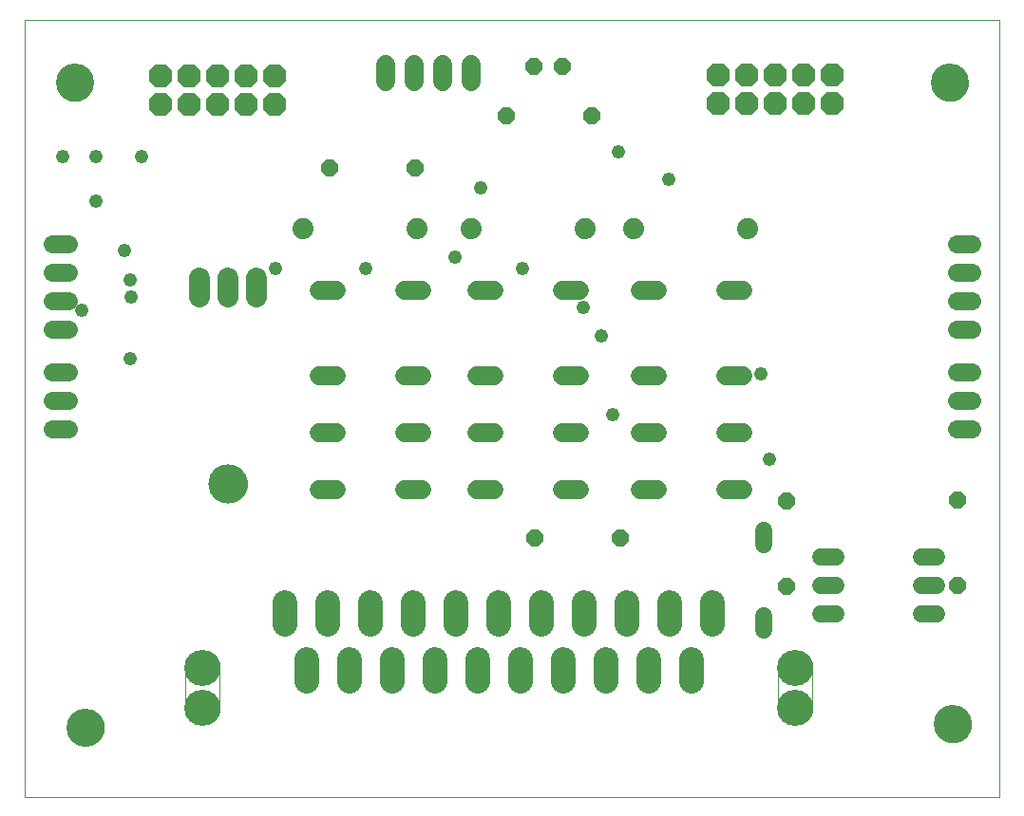
<source format=gts>
G75*
%MOIN*%
%OFA0B0*%
%FSLAX25Y25*%
%IPPOS*%
%LPD*%
%AMOC8*
5,1,8,0,0,1.08239X$1,22.5*
%
%ADD10C,0.00000*%
%ADD11C,0.13398*%
%ADD12C,0.07400*%
%ADD13C,0.06400*%
%ADD14C,0.06800*%
%ADD15OC8,0.06000*%
%ADD16C,0.06000*%
%ADD17C,0.07400*%
%ADD18C,0.13800*%
%ADD19C,0.00009*%
%ADD20C,0.08600*%
%ADD21C,0.12700*%
%ADD22OC8,0.08200*%
%ADD23C,0.04800*%
D10*
X0001000Y0001000D02*
X0001000Y0273953D01*
X0343205Y0273953D01*
X0343205Y0001000D01*
X0001000Y0001000D01*
X0016276Y0025331D02*
X0016278Y0025489D01*
X0016284Y0025647D01*
X0016294Y0025805D01*
X0016308Y0025963D01*
X0016326Y0026120D01*
X0016347Y0026277D01*
X0016373Y0026433D01*
X0016403Y0026589D01*
X0016436Y0026744D01*
X0016474Y0026897D01*
X0016515Y0027050D01*
X0016560Y0027202D01*
X0016609Y0027353D01*
X0016662Y0027502D01*
X0016718Y0027650D01*
X0016778Y0027796D01*
X0016842Y0027941D01*
X0016910Y0028084D01*
X0016981Y0028226D01*
X0017055Y0028366D01*
X0017133Y0028503D01*
X0017215Y0028639D01*
X0017299Y0028773D01*
X0017388Y0028904D01*
X0017479Y0029033D01*
X0017574Y0029160D01*
X0017671Y0029285D01*
X0017772Y0029407D01*
X0017876Y0029526D01*
X0017983Y0029643D01*
X0018093Y0029757D01*
X0018206Y0029868D01*
X0018321Y0029977D01*
X0018439Y0030082D01*
X0018560Y0030184D01*
X0018683Y0030284D01*
X0018809Y0030380D01*
X0018937Y0030473D01*
X0019067Y0030563D01*
X0019200Y0030649D01*
X0019335Y0030733D01*
X0019471Y0030812D01*
X0019610Y0030889D01*
X0019751Y0030961D01*
X0019893Y0031031D01*
X0020037Y0031096D01*
X0020183Y0031158D01*
X0020330Y0031216D01*
X0020479Y0031271D01*
X0020629Y0031322D01*
X0020780Y0031369D01*
X0020932Y0031412D01*
X0021085Y0031451D01*
X0021240Y0031487D01*
X0021395Y0031518D01*
X0021551Y0031546D01*
X0021707Y0031570D01*
X0021864Y0031590D01*
X0022022Y0031606D01*
X0022179Y0031618D01*
X0022338Y0031626D01*
X0022496Y0031630D01*
X0022654Y0031630D01*
X0022812Y0031626D01*
X0022971Y0031618D01*
X0023128Y0031606D01*
X0023286Y0031590D01*
X0023443Y0031570D01*
X0023599Y0031546D01*
X0023755Y0031518D01*
X0023910Y0031487D01*
X0024065Y0031451D01*
X0024218Y0031412D01*
X0024370Y0031369D01*
X0024521Y0031322D01*
X0024671Y0031271D01*
X0024820Y0031216D01*
X0024967Y0031158D01*
X0025113Y0031096D01*
X0025257Y0031031D01*
X0025399Y0030961D01*
X0025540Y0030889D01*
X0025679Y0030812D01*
X0025815Y0030733D01*
X0025950Y0030649D01*
X0026083Y0030563D01*
X0026213Y0030473D01*
X0026341Y0030380D01*
X0026467Y0030284D01*
X0026590Y0030184D01*
X0026711Y0030082D01*
X0026829Y0029977D01*
X0026944Y0029868D01*
X0027057Y0029757D01*
X0027167Y0029643D01*
X0027274Y0029526D01*
X0027378Y0029407D01*
X0027479Y0029285D01*
X0027576Y0029160D01*
X0027671Y0029033D01*
X0027762Y0028904D01*
X0027851Y0028773D01*
X0027935Y0028639D01*
X0028017Y0028503D01*
X0028095Y0028366D01*
X0028169Y0028226D01*
X0028240Y0028084D01*
X0028308Y0027941D01*
X0028372Y0027796D01*
X0028432Y0027650D01*
X0028488Y0027502D01*
X0028541Y0027353D01*
X0028590Y0027202D01*
X0028635Y0027050D01*
X0028676Y0026897D01*
X0028714Y0026744D01*
X0028747Y0026589D01*
X0028777Y0026433D01*
X0028803Y0026277D01*
X0028824Y0026120D01*
X0028842Y0025963D01*
X0028856Y0025805D01*
X0028866Y0025647D01*
X0028872Y0025489D01*
X0028874Y0025331D01*
X0028872Y0025173D01*
X0028866Y0025015D01*
X0028856Y0024857D01*
X0028842Y0024699D01*
X0028824Y0024542D01*
X0028803Y0024385D01*
X0028777Y0024229D01*
X0028747Y0024073D01*
X0028714Y0023918D01*
X0028676Y0023765D01*
X0028635Y0023612D01*
X0028590Y0023460D01*
X0028541Y0023309D01*
X0028488Y0023160D01*
X0028432Y0023012D01*
X0028372Y0022866D01*
X0028308Y0022721D01*
X0028240Y0022578D01*
X0028169Y0022436D01*
X0028095Y0022296D01*
X0028017Y0022159D01*
X0027935Y0022023D01*
X0027851Y0021889D01*
X0027762Y0021758D01*
X0027671Y0021629D01*
X0027576Y0021502D01*
X0027479Y0021377D01*
X0027378Y0021255D01*
X0027274Y0021136D01*
X0027167Y0021019D01*
X0027057Y0020905D01*
X0026944Y0020794D01*
X0026829Y0020685D01*
X0026711Y0020580D01*
X0026590Y0020478D01*
X0026467Y0020378D01*
X0026341Y0020282D01*
X0026213Y0020189D01*
X0026083Y0020099D01*
X0025950Y0020013D01*
X0025815Y0019929D01*
X0025679Y0019850D01*
X0025540Y0019773D01*
X0025399Y0019701D01*
X0025257Y0019631D01*
X0025113Y0019566D01*
X0024967Y0019504D01*
X0024820Y0019446D01*
X0024671Y0019391D01*
X0024521Y0019340D01*
X0024370Y0019293D01*
X0024218Y0019250D01*
X0024065Y0019211D01*
X0023910Y0019175D01*
X0023755Y0019144D01*
X0023599Y0019116D01*
X0023443Y0019092D01*
X0023286Y0019072D01*
X0023128Y0019056D01*
X0022971Y0019044D01*
X0022812Y0019036D01*
X0022654Y0019032D01*
X0022496Y0019032D01*
X0022338Y0019036D01*
X0022179Y0019044D01*
X0022022Y0019056D01*
X0021864Y0019072D01*
X0021707Y0019092D01*
X0021551Y0019116D01*
X0021395Y0019144D01*
X0021240Y0019175D01*
X0021085Y0019211D01*
X0020932Y0019250D01*
X0020780Y0019293D01*
X0020629Y0019340D01*
X0020479Y0019391D01*
X0020330Y0019446D01*
X0020183Y0019504D01*
X0020037Y0019566D01*
X0019893Y0019631D01*
X0019751Y0019701D01*
X0019610Y0019773D01*
X0019471Y0019850D01*
X0019335Y0019929D01*
X0019200Y0020013D01*
X0019067Y0020099D01*
X0018937Y0020189D01*
X0018809Y0020282D01*
X0018683Y0020378D01*
X0018560Y0020478D01*
X0018439Y0020580D01*
X0018321Y0020685D01*
X0018206Y0020794D01*
X0018093Y0020905D01*
X0017983Y0021019D01*
X0017876Y0021136D01*
X0017772Y0021255D01*
X0017671Y0021377D01*
X0017574Y0021502D01*
X0017479Y0021629D01*
X0017388Y0021758D01*
X0017299Y0021889D01*
X0017215Y0022023D01*
X0017133Y0022159D01*
X0017055Y0022296D01*
X0016981Y0022436D01*
X0016910Y0022578D01*
X0016842Y0022721D01*
X0016778Y0022866D01*
X0016718Y0023012D01*
X0016662Y0023160D01*
X0016609Y0023309D01*
X0016560Y0023460D01*
X0016515Y0023612D01*
X0016474Y0023765D01*
X0016436Y0023918D01*
X0016403Y0024073D01*
X0016373Y0024229D01*
X0016347Y0024385D01*
X0016326Y0024542D01*
X0016308Y0024699D01*
X0016294Y0024857D01*
X0016284Y0025015D01*
X0016278Y0025173D01*
X0016276Y0025331D01*
X0057625Y0032331D02*
X0057627Y0032485D01*
X0057633Y0032639D01*
X0057643Y0032792D01*
X0057657Y0032945D01*
X0057675Y0033098D01*
X0057696Y0033250D01*
X0057722Y0033402D01*
X0057752Y0033553D01*
X0057785Y0033703D01*
X0057823Y0033852D01*
X0057864Y0034001D01*
X0057909Y0034148D01*
X0057958Y0034294D01*
X0058011Y0034438D01*
X0058067Y0034581D01*
X0058127Y0034723D01*
X0058191Y0034863D01*
X0058258Y0035001D01*
X0058329Y0035138D01*
X0058403Y0035273D01*
X0058481Y0035405D01*
X0058562Y0035536D01*
X0058647Y0035665D01*
X0058734Y0035791D01*
X0058825Y0035915D01*
X0058920Y0036036D01*
X0059017Y0036156D01*
X0059117Y0036272D01*
X0059221Y0036386D01*
X0059327Y0036497D01*
X0059436Y0036606D01*
X0059548Y0036711D01*
X0059663Y0036814D01*
X0059780Y0036914D01*
X0059900Y0037010D01*
X0060022Y0037104D01*
X0060146Y0037194D01*
X0060273Y0037281D01*
X0060402Y0037365D01*
X0060534Y0037445D01*
X0060667Y0037522D01*
X0060802Y0037595D01*
X0060939Y0037665D01*
X0061078Y0037732D01*
X0061218Y0037794D01*
X0061360Y0037853D01*
X0061504Y0037909D01*
X0061649Y0037961D01*
X0061795Y0038008D01*
X0061942Y0038053D01*
X0062091Y0038093D01*
X0062240Y0038129D01*
X0062391Y0038162D01*
X0062542Y0038191D01*
X0062694Y0038215D01*
X0062846Y0038236D01*
X0062999Y0038253D01*
X0063152Y0038266D01*
X0063306Y0038275D01*
X0063460Y0038280D01*
X0063613Y0038281D01*
X0063767Y0038278D01*
X0063921Y0038271D01*
X0064074Y0038260D01*
X0064228Y0038245D01*
X0064380Y0038226D01*
X0064532Y0038203D01*
X0064684Y0038177D01*
X0064835Y0038146D01*
X0064985Y0038112D01*
X0065134Y0038073D01*
X0065281Y0038031D01*
X0065428Y0037985D01*
X0065574Y0037935D01*
X0065718Y0037882D01*
X0065861Y0037824D01*
X0066002Y0037763D01*
X0066142Y0037699D01*
X0066280Y0037631D01*
X0066416Y0037559D01*
X0066550Y0037484D01*
X0066682Y0037405D01*
X0066812Y0037323D01*
X0066940Y0037238D01*
X0067066Y0037149D01*
X0067189Y0037057D01*
X0067310Y0036962D01*
X0067429Y0036864D01*
X0067545Y0036763D01*
X0067658Y0036659D01*
X0067769Y0036552D01*
X0067876Y0036442D01*
X0067981Y0036329D01*
X0068083Y0036214D01*
X0068182Y0036096D01*
X0068278Y0035976D01*
X0068371Y0035853D01*
X0068460Y0035728D01*
X0068546Y0035601D01*
X0068629Y0035471D01*
X0068709Y0035339D01*
X0068785Y0035206D01*
X0068857Y0035070D01*
X0068926Y0034932D01*
X0068992Y0034793D01*
X0069054Y0034652D01*
X0069112Y0034510D01*
X0069166Y0034366D01*
X0069217Y0034221D01*
X0069264Y0034074D01*
X0069307Y0033927D01*
X0069346Y0033778D01*
X0069382Y0033628D01*
X0069413Y0033478D01*
X0069441Y0033326D01*
X0069465Y0033174D01*
X0069485Y0033022D01*
X0069501Y0032869D01*
X0069513Y0032715D01*
X0069521Y0032562D01*
X0069525Y0032408D01*
X0069525Y0032254D01*
X0069521Y0032100D01*
X0069513Y0031947D01*
X0069501Y0031793D01*
X0069485Y0031640D01*
X0069465Y0031488D01*
X0069441Y0031336D01*
X0069413Y0031184D01*
X0069382Y0031034D01*
X0069346Y0030884D01*
X0069307Y0030735D01*
X0069264Y0030588D01*
X0069217Y0030441D01*
X0069166Y0030296D01*
X0069112Y0030152D01*
X0069054Y0030010D01*
X0068992Y0029869D01*
X0068926Y0029730D01*
X0068857Y0029592D01*
X0068785Y0029456D01*
X0068709Y0029323D01*
X0068629Y0029191D01*
X0068546Y0029061D01*
X0068460Y0028934D01*
X0068371Y0028809D01*
X0068278Y0028686D01*
X0068182Y0028566D01*
X0068083Y0028448D01*
X0067981Y0028333D01*
X0067876Y0028220D01*
X0067769Y0028110D01*
X0067658Y0028003D01*
X0067545Y0027899D01*
X0067429Y0027798D01*
X0067310Y0027700D01*
X0067189Y0027605D01*
X0067066Y0027513D01*
X0066940Y0027424D01*
X0066812Y0027339D01*
X0066682Y0027257D01*
X0066550Y0027178D01*
X0066416Y0027103D01*
X0066280Y0027031D01*
X0066142Y0026963D01*
X0066002Y0026899D01*
X0065861Y0026838D01*
X0065718Y0026780D01*
X0065574Y0026727D01*
X0065428Y0026677D01*
X0065281Y0026631D01*
X0065134Y0026589D01*
X0064985Y0026550D01*
X0064835Y0026516D01*
X0064684Y0026485D01*
X0064532Y0026459D01*
X0064380Y0026436D01*
X0064228Y0026417D01*
X0064074Y0026402D01*
X0063921Y0026391D01*
X0063767Y0026384D01*
X0063613Y0026381D01*
X0063460Y0026382D01*
X0063306Y0026387D01*
X0063152Y0026396D01*
X0062999Y0026409D01*
X0062846Y0026426D01*
X0062694Y0026447D01*
X0062542Y0026471D01*
X0062391Y0026500D01*
X0062240Y0026533D01*
X0062091Y0026569D01*
X0061942Y0026609D01*
X0061795Y0026654D01*
X0061649Y0026701D01*
X0061504Y0026753D01*
X0061360Y0026809D01*
X0061218Y0026868D01*
X0061078Y0026930D01*
X0060939Y0026997D01*
X0060802Y0027067D01*
X0060667Y0027140D01*
X0060534Y0027217D01*
X0060402Y0027297D01*
X0060273Y0027381D01*
X0060146Y0027468D01*
X0060022Y0027558D01*
X0059900Y0027652D01*
X0059780Y0027748D01*
X0059663Y0027848D01*
X0059548Y0027951D01*
X0059436Y0028056D01*
X0059327Y0028165D01*
X0059221Y0028276D01*
X0059117Y0028390D01*
X0059017Y0028506D01*
X0058920Y0028626D01*
X0058825Y0028747D01*
X0058734Y0028871D01*
X0058647Y0028997D01*
X0058562Y0029126D01*
X0058481Y0029257D01*
X0058403Y0029389D01*
X0058329Y0029524D01*
X0058258Y0029661D01*
X0058191Y0029799D01*
X0058127Y0029939D01*
X0058067Y0030081D01*
X0058011Y0030224D01*
X0057958Y0030368D01*
X0057909Y0030514D01*
X0057864Y0030661D01*
X0057823Y0030810D01*
X0057785Y0030959D01*
X0057752Y0031109D01*
X0057722Y0031260D01*
X0057696Y0031412D01*
X0057675Y0031564D01*
X0057657Y0031717D01*
X0057643Y0031870D01*
X0057633Y0032023D01*
X0057627Y0032177D01*
X0057625Y0032331D01*
X0057575Y0032331D02*
X0057577Y0032178D01*
X0057583Y0032025D01*
X0057593Y0031872D01*
X0057606Y0031719D01*
X0057624Y0031567D01*
X0057645Y0031415D01*
X0057671Y0031264D01*
X0057700Y0031114D01*
X0057733Y0030964D01*
X0057770Y0030815D01*
X0057810Y0030667D01*
X0057855Y0030521D01*
X0057903Y0030375D01*
X0057955Y0030231D01*
X0058010Y0030088D01*
X0058069Y0029947D01*
X0058132Y0029807D01*
X0058198Y0029669D01*
X0058268Y0029532D01*
X0058341Y0029398D01*
X0058418Y0029265D01*
X0058498Y0029134D01*
X0058581Y0029006D01*
X0058667Y0028879D01*
X0058757Y0028755D01*
X0058850Y0028633D01*
X0058946Y0028514D01*
X0059045Y0028397D01*
X0059147Y0028282D01*
X0059252Y0028170D01*
X0059360Y0028061D01*
X0059470Y0027955D01*
X0059583Y0027852D01*
X0059699Y0027751D01*
X0059817Y0027654D01*
X0059938Y0027559D01*
X0060061Y0027468D01*
X0060186Y0027380D01*
X0060314Y0027295D01*
X0060443Y0027213D01*
X0060575Y0027135D01*
X0060709Y0027060D01*
X0060844Y0026988D01*
X0060982Y0026920D01*
X0061121Y0026856D01*
X0061261Y0026795D01*
X0061403Y0026738D01*
X0061547Y0026684D01*
X0061692Y0026634D01*
X0061838Y0026588D01*
X0061985Y0026545D01*
X0062133Y0026507D01*
X0062283Y0026472D01*
X0062433Y0026441D01*
X0062583Y0026413D01*
X0062735Y0026390D01*
X0062887Y0026371D01*
X0063039Y0026355D01*
X0063192Y0026343D01*
X0063345Y0026335D01*
X0063498Y0026331D01*
X0063652Y0026331D01*
X0063805Y0026335D01*
X0063958Y0026343D01*
X0064111Y0026355D01*
X0064263Y0026371D01*
X0064415Y0026390D01*
X0064567Y0026413D01*
X0064717Y0026441D01*
X0064867Y0026472D01*
X0065017Y0026507D01*
X0065165Y0026545D01*
X0065312Y0026588D01*
X0065458Y0026634D01*
X0065603Y0026684D01*
X0065747Y0026738D01*
X0065889Y0026795D01*
X0066029Y0026856D01*
X0066168Y0026920D01*
X0066306Y0026988D01*
X0066441Y0027060D01*
X0066575Y0027135D01*
X0066707Y0027213D01*
X0066836Y0027295D01*
X0066964Y0027380D01*
X0067089Y0027468D01*
X0067212Y0027559D01*
X0067333Y0027654D01*
X0067451Y0027751D01*
X0067567Y0027852D01*
X0067680Y0027955D01*
X0067790Y0028061D01*
X0067898Y0028170D01*
X0068003Y0028282D01*
X0068105Y0028397D01*
X0068204Y0028514D01*
X0068300Y0028633D01*
X0068393Y0028755D01*
X0068483Y0028879D01*
X0068569Y0029006D01*
X0068652Y0029134D01*
X0068732Y0029265D01*
X0068809Y0029398D01*
X0068882Y0029532D01*
X0068952Y0029669D01*
X0069018Y0029807D01*
X0069081Y0029947D01*
X0069140Y0030088D01*
X0069195Y0030231D01*
X0069247Y0030375D01*
X0069295Y0030521D01*
X0069340Y0030667D01*
X0069380Y0030815D01*
X0069417Y0030964D01*
X0069450Y0031114D01*
X0069479Y0031264D01*
X0069505Y0031415D01*
X0069526Y0031567D01*
X0069544Y0031719D01*
X0069557Y0031872D01*
X0069567Y0032025D01*
X0069573Y0032178D01*
X0069575Y0032331D01*
X0057625Y0046331D02*
X0057627Y0046485D01*
X0057633Y0046639D01*
X0057643Y0046792D01*
X0057657Y0046945D01*
X0057675Y0047098D01*
X0057696Y0047250D01*
X0057722Y0047402D01*
X0057752Y0047553D01*
X0057785Y0047703D01*
X0057823Y0047852D01*
X0057864Y0048001D01*
X0057909Y0048148D01*
X0057958Y0048294D01*
X0058011Y0048438D01*
X0058067Y0048581D01*
X0058127Y0048723D01*
X0058191Y0048863D01*
X0058258Y0049001D01*
X0058329Y0049138D01*
X0058403Y0049273D01*
X0058481Y0049405D01*
X0058562Y0049536D01*
X0058647Y0049665D01*
X0058734Y0049791D01*
X0058825Y0049915D01*
X0058920Y0050036D01*
X0059017Y0050156D01*
X0059117Y0050272D01*
X0059221Y0050386D01*
X0059327Y0050497D01*
X0059436Y0050606D01*
X0059548Y0050711D01*
X0059663Y0050814D01*
X0059780Y0050914D01*
X0059900Y0051010D01*
X0060022Y0051104D01*
X0060146Y0051194D01*
X0060273Y0051281D01*
X0060402Y0051365D01*
X0060534Y0051445D01*
X0060667Y0051522D01*
X0060802Y0051595D01*
X0060939Y0051665D01*
X0061078Y0051732D01*
X0061218Y0051794D01*
X0061360Y0051853D01*
X0061504Y0051909D01*
X0061649Y0051961D01*
X0061795Y0052008D01*
X0061942Y0052053D01*
X0062091Y0052093D01*
X0062240Y0052129D01*
X0062391Y0052162D01*
X0062542Y0052191D01*
X0062694Y0052215D01*
X0062846Y0052236D01*
X0062999Y0052253D01*
X0063152Y0052266D01*
X0063306Y0052275D01*
X0063460Y0052280D01*
X0063613Y0052281D01*
X0063767Y0052278D01*
X0063921Y0052271D01*
X0064074Y0052260D01*
X0064228Y0052245D01*
X0064380Y0052226D01*
X0064532Y0052203D01*
X0064684Y0052177D01*
X0064835Y0052146D01*
X0064985Y0052112D01*
X0065134Y0052073D01*
X0065281Y0052031D01*
X0065428Y0051985D01*
X0065574Y0051935D01*
X0065718Y0051882D01*
X0065861Y0051824D01*
X0066002Y0051763D01*
X0066142Y0051699D01*
X0066280Y0051631D01*
X0066416Y0051559D01*
X0066550Y0051484D01*
X0066682Y0051405D01*
X0066812Y0051323D01*
X0066940Y0051238D01*
X0067066Y0051149D01*
X0067189Y0051057D01*
X0067310Y0050962D01*
X0067429Y0050864D01*
X0067545Y0050763D01*
X0067658Y0050659D01*
X0067769Y0050552D01*
X0067876Y0050442D01*
X0067981Y0050329D01*
X0068083Y0050214D01*
X0068182Y0050096D01*
X0068278Y0049976D01*
X0068371Y0049853D01*
X0068460Y0049728D01*
X0068546Y0049601D01*
X0068629Y0049471D01*
X0068709Y0049339D01*
X0068785Y0049206D01*
X0068857Y0049070D01*
X0068926Y0048932D01*
X0068992Y0048793D01*
X0069054Y0048652D01*
X0069112Y0048510D01*
X0069166Y0048366D01*
X0069217Y0048221D01*
X0069264Y0048074D01*
X0069307Y0047927D01*
X0069346Y0047778D01*
X0069382Y0047628D01*
X0069413Y0047478D01*
X0069441Y0047326D01*
X0069465Y0047174D01*
X0069485Y0047022D01*
X0069501Y0046869D01*
X0069513Y0046715D01*
X0069521Y0046562D01*
X0069525Y0046408D01*
X0069525Y0046254D01*
X0069521Y0046100D01*
X0069513Y0045947D01*
X0069501Y0045793D01*
X0069485Y0045640D01*
X0069465Y0045488D01*
X0069441Y0045336D01*
X0069413Y0045184D01*
X0069382Y0045034D01*
X0069346Y0044884D01*
X0069307Y0044735D01*
X0069264Y0044588D01*
X0069217Y0044441D01*
X0069166Y0044296D01*
X0069112Y0044152D01*
X0069054Y0044010D01*
X0068992Y0043869D01*
X0068926Y0043730D01*
X0068857Y0043592D01*
X0068785Y0043456D01*
X0068709Y0043323D01*
X0068629Y0043191D01*
X0068546Y0043061D01*
X0068460Y0042934D01*
X0068371Y0042809D01*
X0068278Y0042686D01*
X0068182Y0042566D01*
X0068083Y0042448D01*
X0067981Y0042333D01*
X0067876Y0042220D01*
X0067769Y0042110D01*
X0067658Y0042003D01*
X0067545Y0041899D01*
X0067429Y0041798D01*
X0067310Y0041700D01*
X0067189Y0041605D01*
X0067066Y0041513D01*
X0066940Y0041424D01*
X0066812Y0041339D01*
X0066682Y0041257D01*
X0066550Y0041178D01*
X0066416Y0041103D01*
X0066280Y0041031D01*
X0066142Y0040963D01*
X0066002Y0040899D01*
X0065861Y0040838D01*
X0065718Y0040780D01*
X0065574Y0040727D01*
X0065428Y0040677D01*
X0065281Y0040631D01*
X0065134Y0040589D01*
X0064985Y0040550D01*
X0064835Y0040516D01*
X0064684Y0040485D01*
X0064532Y0040459D01*
X0064380Y0040436D01*
X0064228Y0040417D01*
X0064074Y0040402D01*
X0063921Y0040391D01*
X0063767Y0040384D01*
X0063613Y0040381D01*
X0063460Y0040382D01*
X0063306Y0040387D01*
X0063152Y0040396D01*
X0062999Y0040409D01*
X0062846Y0040426D01*
X0062694Y0040447D01*
X0062542Y0040471D01*
X0062391Y0040500D01*
X0062240Y0040533D01*
X0062091Y0040569D01*
X0061942Y0040609D01*
X0061795Y0040654D01*
X0061649Y0040701D01*
X0061504Y0040753D01*
X0061360Y0040809D01*
X0061218Y0040868D01*
X0061078Y0040930D01*
X0060939Y0040997D01*
X0060802Y0041067D01*
X0060667Y0041140D01*
X0060534Y0041217D01*
X0060402Y0041297D01*
X0060273Y0041381D01*
X0060146Y0041468D01*
X0060022Y0041558D01*
X0059900Y0041652D01*
X0059780Y0041748D01*
X0059663Y0041848D01*
X0059548Y0041951D01*
X0059436Y0042056D01*
X0059327Y0042165D01*
X0059221Y0042276D01*
X0059117Y0042390D01*
X0059017Y0042506D01*
X0058920Y0042626D01*
X0058825Y0042747D01*
X0058734Y0042871D01*
X0058647Y0042997D01*
X0058562Y0043126D01*
X0058481Y0043257D01*
X0058403Y0043389D01*
X0058329Y0043524D01*
X0058258Y0043661D01*
X0058191Y0043799D01*
X0058127Y0043939D01*
X0058067Y0044081D01*
X0058011Y0044224D01*
X0057958Y0044368D01*
X0057909Y0044514D01*
X0057864Y0044661D01*
X0057823Y0044810D01*
X0057785Y0044959D01*
X0057752Y0045109D01*
X0057722Y0045260D01*
X0057696Y0045412D01*
X0057675Y0045564D01*
X0057657Y0045717D01*
X0057643Y0045870D01*
X0057633Y0046023D01*
X0057627Y0046177D01*
X0057625Y0046331D01*
X0057575Y0046331D02*
X0057577Y0046484D01*
X0057583Y0046637D01*
X0057593Y0046790D01*
X0057606Y0046943D01*
X0057624Y0047095D01*
X0057645Y0047247D01*
X0057671Y0047398D01*
X0057700Y0047548D01*
X0057733Y0047698D01*
X0057770Y0047847D01*
X0057810Y0047995D01*
X0057855Y0048141D01*
X0057903Y0048287D01*
X0057955Y0048431D01*
X0058010Y0048574D01*
X0058069Y0048715D01*
X0058132Y0048855D01*
X0058198Y0048993D01*
X0058268Y0049130D01*
X0058341Y0049264D01*
X0058418Y0049397D01*
X0058498Y0049528D01*
X0058581Y0049656D01*
X0058667Y0049783D01*
X0058757Y0049907D01*
X0058850Y0050029D01*
X0058946Y0050148D01*
X0059045Y0050265D01*
X0059147Y0050380D01*
X0059252Y0050492D01*
X0059360Y0050601D01*
X0059470Y0050707D01*
X0059583Y0050810D01*
X0059699Y0050911D01*
X0059817Y0051008D01*
X0059938Y0051103D01*
X0060061Y0051194D01*
X0060186Y0051282D01*
X0060314Y0051367D01*
X0060443Y0051449D01*
X0060575Y0051527D01*
X0060709Y0051602D01*
X0060844Y0051674D01*
X0060982Y0051742D01*
X0061121Y0051806D01*
X0061261Y0051867D01*
X0061403Y0051924D01*
X0061547Y0051978D01*
X0061692Y0052028D01*
X0061838Y0052074D01*
X0061985Y0052117D01*
X0062133Y0052155D01*
X0062283Y0052190D01*
X0062433Y0052221D01*
X0062583Y0052249D01*
X0062735Y0052272D01*
X0062887Y0052291D01*
X0063039Y0052307D01*
X0063192Y0052319D01*
X0063345Y0052327D01*
X0063498Y0052331D01*
X0063652Y0052331D01*
X0063805Y0052327D01*
X0063958Y0052319D01*
X0064111Y0052307D01*
X0064263Y0052291D01*
X0064415Y0052272D01*
X0064567Y0052249D01*
X0064717Y0052221D01*
X0064867Y0052190D01*
X0065017Y0052155D01*
X0065165Y0052117D01*
X0065312Y0052074D01*
X0065458Y0052028D01*
X0065603Y0051978D01*
X0065747Y0051924D01*
X0065889Y0051867D01*
X0066029Y0051806D01*
X0066168Y0051742D01*
X0066306Y0051674D01*
X0066441Y0051602D01*
X0066575Y0051527D01*
X0066707Y0051449D01*
X0066836Y0051367D01*
X0066964Y0051282D01*
X0067089Y0051194D01*
X0067212Y0051103D01*
X0067333Y0051008D01*
X0067451Y0050911D01*
X0067567Y0050810D01*
X0067680Y0050707D01*
X0067790Y0050601D01*
X0067898Y0050492D01*
X0068003Y0050380D01*
X0068105Y0050265D01*
X0068204Y0050148D01*
X0068300Y0050029D01*
X0068393Y0049907D01*
X0068483Y0049783D01*
X0068569Y0049656D01*
X0068652Y0049528D01*
X0068732Y0049397D01*
X0068809Y0049264D01*
X0068882Y0049130D01*
X0068952Y0048993D01*
X0069018Y0048855D01*
X0069081Y0048715D01*
X0069140Y0048574D01*
X0069195Y0048431D01*
X0069247Y0048287D01*
X0069295Y0048141D01*
X0069340Y0047995D01*
X0069380Y0047847D01*
X0069417Y0047698D01*
X0069450Y0047548D01*
X0069479Y0047398D01*
X0069505Y0047247D01*
X0069526Y0047095D01*
X0069544Y0046943D01*
X0069557Y0046790D01*
X0069567Y0046637D01*
X0069573Y0046484D01*
X0069575Y0046331D01*
X0066075Y0110898D02*
X0066077Y0111059D01*
X0066083Y0111219D01*
X0066093Y0111380D01*
X0066107Y0111540D01*
X0066125Y0111700D01*
X0066146Y0111859D01*
X0066172Y0112018D01*
X0066202Y0112176D01*
X0066235Y0112333D01*
X0066273Y0112490D01*
X0066314Y0112645D01*
X0066359Y0112799D01*
X0066408Y0112952D01*
X0066461Y0113104D01*
X0066517Y0113255D01*
X0066578Y0113404D01*
X0066641Y0113552D01*
X0066709Y0113698D01*
X0066780Y0113842D01*
X0066854Y0113984D01*
X0066932Y0114125D01*
X0067014Y0114263D01*
X0067099Y0114400D01*
X0067187Y0114534D01*
X0067279Y0114666D01*
X0067374Y0114796D01*
X0067472Y0114924D01*
X0067573Y0115049D01*
X0067677Y0115171D01*
X0067784Y0115291D01*
X0067894Y0115408D01*
X0068007Y0115523D01*
X0068123Y0115634D01*
X0068242Y0115743D01*
X0068363Y0115848D01*
X0068487Y0115951D01*
X0068613Y0116051D01*
X0068741Y0116147D01*
X0068872Y0116240D01*
X0069006Y0116330D01*
X0069141Y0116417D01*
X0069279Y0116500D01*
X0069418Y0116580D01*
X0069560Y0116656D01*
X0069703Y0116729D01*
X0069848Y0116798D01*
X0069995Y0116864D01*
X0070143Y0116926D01*
X0070293Y0116984D01*
X0070444Y0117039D01*
X0070597Y0117090D01*
X0070751Y0117137D01*
X0070906Y0117180D01*
X0071062Y0117219D01*
X0071218Y0117255D01*
X0071376Y0117286D01*
X0071534Y0117314D01*
X0071693Y0117338D01*
X0071853Y0117358D01*
X0072013Y0117374D01*
X0072173Y0117386D01*
X0072334Y0117394D01*
X0072495Y0117398D01*
X0072655Y0117398D01*
X0072816Y0117394D01*
X0072977Y0117386D01*
X0073137Y0117374D01*
X0073297Y0117358D01*
X0073457Y0117338D01*
X0073616Y0117314D01*
X0073774Y0117286D01*
X0073932Y0117255D01*
X0074088Y0117219D01*
X0074244Y0117180D01*
X0074399Y0117137D01*
X0074553Y0117090D01*
X0074706Y0117039D01*
X0074857Y0116984D01*
X0075007Y0116926D01*
X0075155Y0116864D01*
X0075302Y0116798D01*
X0075447Y0116729D01*
X0075590Y0116656D01*
X0075732Y0116580D01*
X0075871Y0116500D01*
X0076009Y0116417D01*
X0076144Y0116330D01*
X0076278Y0116240D01*
X0076409Y0116147D01*
X0076537Y0116051D01*
X0076663Y0115951D01*
X0076787Y0115848D01*
X0076908Y0115743D01*
X0077027Y0115634D01*
X0077143Y0115523D01*
X0077256Y0115408D01*
X0077366Y0115291D01*
X0077473Y0115171D01*
X0077577Y0115049D01*
X0077678Y0114924D01*
X0077776Y0114796D01*
X0077871Y0114666D01*
X0077963Y0114534D01*
X0078051Y0114400D01*
X0078136Y0114263D01*
X0078218Y0114125D01*
X0078296Y0113984D01*
X0078370Y0113842D01*
X0078441Y0113698D01*
X0078509Y0113552D01*
X0078572Y0113404D01*
X0078633Y0113255D01*
X0078689Y0113104D01*
X0078742Y0112952D01*
X0078791Y0112799D01*
X0078836Y0112645D01*
X0078877Y0112490D01*
X0078915Y0112333D01*
X0078948Y0112176D01*
X0078978Y0112018D01*
X0079004Y0111859D01*
X0079025Y0111700D01*
X0079043Y0111540D01*
X0079057Y0111380D01*
X0079067Y0111219D01*
X0079073Y0111059D01*
X0079075Y0110898D01*
X0079073Y0110737D01*
X0079067Y0110577D01*
X0079057Y0110416D01*
X0079043Y0110256D01*
X0079025Y0110096D01*
X0079004Y0109937D01*
X0078978Y0109778D01*
X0078948Y0109620D01*
X0078915Y0109463D01*
X0078877Y0109306D01*
X0078836Y0109151D01*
X0078791Y0108997D01*
X0078742Y0108844D01*
X0078689Y0108692D01*
X0078633Y0108541D01*
X0078572Y0108392D01*
X0078509Y0108244D01*
X0078441Y0108098D01*
X0078370Y0107954D01*
X0078296Y0107812D01*
X0078218Y0107671D01*
X0078136Y0107533D01*
X0078051Y0107396D01*
X0077963Y0107262D01*
X0077871Y0107130D01*
X0077776Y0107000D01*
X0077678Y0106872D01*
X0077577Y0106747D01*
X0077473Y0106625D01*
X0077366Y0106505D01*
X0077256Y0106388D01*
X0077143Y0106273D01*
X0077027Y0106162D01*
X0076908Y0106053D01*
X0076787Y0105948D01*
X0076663Y0105845D01*
X0076537Y0105745D01*
X0076409Y0105649D01*
X0076278Y0105556D01*
X0076144Y0105466D01*
X0076009Y0105379D01*
X0075871Y0105296D01*
X0075732Y0105216D01*
X0075590Y0105140D01*
X0075447Y0105067D01*
X0075302Y0104998D01*
X0075155Y0104932D01*
X0075007Y0104870D01*
X0074857Y0104812D01*
X0074706Y0104757D01*
X0074553Y0104706D01*
X0074399Y0104659D01*
X0074244Y0104616D01*
X0074088Y0104577D01*
X0073932Y0104541D01*
X0073774Y0104510D01*
X0073616Y0104482D01*
X0073457Y0104458D01*
X0073297Y0104438D01*
X0073137Y0104422D01*
X0072977Y0104410D01*
X0072816Y0104402D01*
X0072655Y0104398D01*
X0072495Y0104398D01*
X0072334Y0104402D01*
X0072173Y0104410D01*
X0072013Y0104422D01*
X0071853Y0104438D01*
X0071693Y0104458D01*
X0071534Y0104482D01*
X0071376Y0104510D01*
X0071218Y0104541D01*
X0071062Y0104577D01*
X0070906Y0104616D01*
X0070751Y0104659D01*
X0070597Y0104706D01*
X0070444Y0104757D01*
X0070293Y0104812D01*
X0070143Y0104870D01*
X0069995Y0104932D01*
X0069848Y0104998D01*
X0069703Y0105067D01*
X0069560Y0105140D01*
X0069418Y0105216D01*
X0069279Y0105296D01*
X0069141Y0105379D01*
X0069006Y0105466D01*
X0068872Y0105556D01*
X0068741Y0105649D01*
X0068613Y0105745D01*
X0068487Y0105845D01*
X0068363Y0105948D01*
X0068242Y0106053D01*
X0068123Y0106162D01*
X0068007Y0106273D01*
X0067894Y0106388D01*
X0067784Y0106505D01*
X0067677Y0106625D01*
X0067573Y0106747D01*
X0067472Y0106872D01*
X0067374Y0107000D01*
X0067279Y0107130D01*
X0067187Y0107262D01*
X0067099Y0107396D01*
X0067014Y0107533D01*
X0066932Y0107671D01*
X0066854Y0107812D01*
X0066780Y0107954D01*
X0066709Y0108098D01*
X0066641Y0108244D01*
X0066578Y0108392D01*
X0066517Y0108541D01*
X0066461Y0108692D01*
X0066408Y0108844D01*
X0066359Y0108997D01*
X0066314Y0109151D01*
X0066273Y0109306D01*
X0066235Y0109463D01*
X0066202Y0109620D01*
X0066172Y0109778D01*
X0066146Y0109937D01*
X0066125Y0110096D01*
X0066107Y0110256D01*
X0066093Y0110416D01*
X0066083Y0110577D01*
X0066077Y0110737D01*
X0066075Y0110898D01*
X0012339Y0251709D02*
X0012341Y0251867D01*
X0012347Y0252025D01*
X0012357Y0252183D01*
X0012371Y0252341D01*
X0012389Y0252498D01*
X0012410Y0252655D01*
X0012436Y0252811D01*
X0012466Y0252967D01*
X0012499Y0253122D01*
X0012537Y0253275D01*
X0012578Y0253428D01*
X0012623Y0253580D01*
X0012672Y0253731D01*
X0012725Y0253880D01*
X0012781Y0254028D01*
X0012841Y0254174D01*
X0012905Y0254319D01*
X0012973Y0254462D01*
X0013044Y0254604D01*
X0013118Y0254744D01*
X0013196Y0254881D01*
X0013278Y0255017D01*
X0013362Y0255151D01*
X0013451Y0255282D01*
X0013542Y0255411D01*
X0013637Y0255538D01*
X0013734Y0255663D01*
X0013835Y0255785D01*
X0013939Y0255904D01*
X0014046Y0256021D01*
X0014156Y0256135D01*
X0014269Y0256246D01*
X0014384Y0256355D01*
X0014502Y0256460D01*
X0014623Y0256562D01*
X0014746Y0256662D01*
X0014872Y0256758D01*
X0015000Y0256851D01*
X0015130Y0256941D01*
X0015263Y0257027D01*
X0015398Y0257111D01*
X0015534Y0257190D01*
X0015673Y0257267D01*
X0015814Y0257339D01*
X0015956Y0257409D01*
X0016100Y0257474D01*
X0016246Y0257536D01*
X0016393Y0257594D01*
X0016542Y0257649D01*
X0016692Y0257700D01*
X0016843Y0257747D01*
X0016995Y0257790D01*
X0017148Y0257829D01*
X0017303Y0257865D01*
X0017458Y0257896D01*
X0017614Y0257924D01*
X0017770Y0257948D01*
X0017927Y0257968D01*
X0018085Y0257984D01*
X0018242Y0257996D01*
X0018401Y0258004D01*
X0018559Y0258008D01*
X0018717Y0258008D01*
X0018875Y0258004D01*
X0019034Y0257996D01*
X0019191Y0257984D01*
X0019349Y0257968D01*
X0019506Y0257948D01*
X0019662Y0257924D01*
X0019818Y0257896D01*
X0019973Y0257865D01*
X0020128Y0257829D01*
X0020281Y0257790D01*
X0020433Y0257747D01*
X0020584Y0257700D01*
X0020734Y0257649D01*
X0020883Y0257594D01*
X0021030Y0257536D01*
X0021176Y0257474D01*
X0021320Y0257409D01*
X0021462Y0257339D01*
X0021603Y0257267D01*
X0021742Y0257190D01*
X0021878Y0257111D01*
X0022013Y0257027D01*
X0022146Y0256941D01*
X0022276Y0256851D01*
X0022404Y0256758D01*
X0022530Y0256662D01*
X0022653Y0256562D01*
X0022774Y0256460D01*
X0022892Y0256355D01*
X0023007Y0256246D01*
X0023120Y0256135D01*
X0023230Y0256021D01*
X0023337Y0255904D01*
X0023441Y0255785D01*
X0023542Y0255663D01*
X0023639Y0255538D01*
X0023734Y0255411D01*
X0023825Y0255282D01*
X0023914Y0255151D01*
X0023998Y0255017D01*
X0024080Y0254881D01*
X0024158Y0254744D01*
X0024232Y0254604D01*
X0024303Y0254462D01*
X0024371Y0254319D01*
X0024435Y0254174D01*
X0024495Y0254028D01*
X0024551Y0253880D01*
X0024604Y0253731D01*
X0024653Y0253580D01*
X0024698Y0253428D01*
X0024739Y0253275D01*
X0024777Y0253122D01*
X0024810Y0252967D01*
X0024840Y0252811D01*
X0024866Y0252655D01*
X0024887Y0252498D01*
X0024905Y0252341D01*
X0024919Y0252183D01*
X0024929Y0252025D01*
X0024935Y0251867D01*
X0024937Y0251709D01*
X0024935Y0251551D01*
X0024929Y0251393D01*
X0024919Y0251235D01*
X0024905Y0251077D01*
X0024887Y0250920D01*
X0024866Y0250763D01*
X0024840Y0250607D01*
X0024810Y0250451D01*
X0024777Y0250296D01*
X0024739Y0250143D01*
X0024698Y0249990D01*
X0024653Y0249838D01*
X0024604Y0249687D01*
X0024551Y0249538D01*
X0024495Y0249390D01*
X0024435Y0249244D01*
X0024371Y0249099D01*
X0024303Y0248956D01*
X0024232Y0248814D01*
X0024158Y0248674D01*
X0024080Y0248537D01*
X0023998Y0248401D01*
X0023914Y0248267D01*
X0023825Y0248136D01*
X0023734Y0248007D01*
X0023639Y0247880D01*
X0023542Y0247755D01*
X0023441Y0247633D01*
X0023337Y0247514D01*
X0023230Y0247397D01*
X0023120Y0247283D01*
X0023007Y0247172D01*
X0022892Y0247063D01*
X0022774Y0246958D01*
X0022653Y0246856D01*
X0022530Y0246756D01*
X0022404Y0246660D01*
X0022276Y0246567D01*
X0022146Y0246477D01*
X0022013Y0246391D01*
X0021878Y0246307D01*
X0021742Y0246228D01*
X0021603Y0246151D01*
X0021462Y0246079D01*
X0021320Y0246009D01*
X0021176Y0245944D01*
X0021030Y0245882D01*
X0020883Y0245824D01*
X0020734Y0245769D01*
X0020584Y0245718D01*
X0020433Y0245671D01*
X0020281Y0245628D01*
X0020128Y0245589D01*
X0019973Y0245553D01*
X0019818Y0245522D01*
X0019662Y0245494D01*
X0019506Y0245470D01*
X0019349Y0245450D01*
X0019191Y0245434D01*
X0019034Y0245422D01*
X0018875Y0245414D01*
X0018717Y0245410D01*
X0018559Y0245410D01*
X0018401Y0245414D01*
X0018242Y0245422D01*
X0018085Y0245434D01*
X0017927Y0245450D01*
X0017770Y0245470D01*
X0017614Y0245494D01*
X0017458Y0245522D01*
X0017303Y0245553D01*
X0017148Y0245589D01*
X0016995Y0245628D01*
X0016843Y0245671D01*
X0016692Y0245718D01*
X0016542Y0245769D01*
X0016393Y0245824D01*
X0016246Y0245882D01*
X0016100Y0245944D01*
X0015956Y0246009D01*
X0015814Y0246079D01*
X0015673Y0246151D01*
X0015534Y0246228D01*
X0015398Y0246307D01*
X0015263Y0246391D01*
X0015130Y0246477D01*
X0015000Y0246567D01*
X0014872Y0246660D01*
X0014746Y0246756D01*
X0014623Y0246856D01*
X0014502Y0246958D01*
X0014384Y0247063D01*
X0014269Y0247172D01*
X0014156Y0247283D01*
X0014046Y0247397D01*
X0013939Y0247514D01*
X0013835Y0247633D01*
X0013734Y0247755D01*
X0013637Y0247880D01*
X0013542Y0248007D01*
X0013451Y0248136D01*
X0013362Y0248267D01*
X0013278Y0248401D01*
X0013196Y0248537D01*
X0013118Y0248674D01*
X0013044Y0248814D01*
X0012973Y0248956D01*
X0012905Y0249099D01*
X0012841Y0249244D01*
X0012781Y0249390D01*
X0012725Y0249538D01*
X0012672Y0249687D01*
X0012623Y0249838D01*
X0012578Y0249990D01*
X0012537Y0250143D01*
X0012499Y0250296D01*
X0012466Y0250451D01*
X0012436Y0250607D01*
X0012410Y0250763D01*
X0012389Y0250920D01*
X0012371Y0251077D01*
X0012357Y0251235D01*
X0012347Y0251393D01*
X0012341Y0251551D01*
X0012339Y0251709D01*
X0265625Y0046331D02*
X0265627Y0046485D01*
X0265633Y0046639D01*
X0265643Y0046792D01*
X0265657Y0046945D01*
X0265675Y0047098D01*
X0265696Y0047250D01*
X0265722Y0047402D01*
X0265752Y0047553D01*
X0265785Y0047703D01*
X0265823Y0047852D01*
X0265864Y0048001D01*
X0265909Y0048148D01*
X0265958Y0048294D01*
X0266011Y0048438D01*
X0266067Y0048581D01*
X0266127Y0048723D01*
X0266191Y0048863D01*
X0266258Y0049001D01*
X0266329Y0049138D01*
X0266403Y0049273D01*
X0266481Y0049405D01*
X0266562Y0049536D01*
X0266647Y0049665D01*
X0266734Y0049791D01*
X0266825Y0049915D01*
X0266920Y0050036D01*
X0267017Y0050156D01*
X0267117Y0050272D01*
X0267221Y0050386D01*
X0267327Y0050497D01*
X0267436Y0050606D01*
X0267548Y0050711D01*
X0267663Y0050814D01*
X0267780Y0050914D01*
X0267900Y0051010D01*
X0268022Y0051104D01*
X0268146Y0051194D01*
X0268273Y0051281D01*
X0268402Y0051365D01*
X0268534Y0051445D01*
X0268667Y0051522D01*
X0268802Y0051595D01*
X0268939Y0051665D01*
X0269078Y0051732D01*
X0269218Y0051794D01*
X0269360Y0051853D01*
X0269504Y0051909D01*
X0269649Y0051961D01*
X0269795Y0052008D01*
X0269942Y0052053D01*
X0270091Y0052093D01*
X0270240Y0052129D01*
X0270391Y0052162D01*
X0270542Y0052191D01*
X0270694Y0052215D01*
X0270846Y0052236D01*
X0270999Y0052253D01*
X0271152Y0052266D01*
X0271306Y0052275D01*
X0271460Y0052280D01*
X0271613Y0052281D01*
X0271767Y0052278D01*
X0271921Y0052271D01*
X0272074Y0052260D01*
X0272228Y0052245D01*
X0272380Y0052226D01*
X0272532Y0052203D01*
X0272684Y0052177D01*
X0272835Y0052146D01*
X0272985Y0052112D01*
X0273134Y0052073D01*
X0273281Y0052031D01*
X0273428Y0051985D01*
X0273574Y0051935D01*
X0273718Y0051882D01*
X0273861Y0051824D01*
X0274002Y0051763D01*
X0274142Y0051699D01*
X0274280Y0051631D01*
X0274416Y0051559D01*
X0274550Y0051484D01*
X0274682Y0051405D01*
X0274812Y0051323D01*
X0274940Y0051238D01*
X0275066Y0051149D01*
X0275189Y0051057D01*
X0275310Y0050962D01*
X0275429Y0050864D01*
X0275545Y0050763D01*
X0275658Y0050659D01*
X0275769Y0050552D01*
X0275876Y0050442D01*
X0275981Y0050329D01*
X0276083Y0050214D01*
X0276182Y0050096D01*
X0276278Y0049976D01*
X0276371Y0049853D01*
X0276460Y0049728D01*
X0276546Y0049601D01*
X0276629Y0049471D01*
X0276709Y0049339D01*
X0276785Y0049206D01*
X0276857Y0049070D01*
X0276926Y0048932D01*
X0276992Y0048793D01*
X0277054Y0048652D01*
X0277112Y0048510D01*
X0277166Y0048366D01*
X0277217Y0048221D01*
X0277264Y0048074D01*
X0277307Y0047927D01*
X0277346Y0047778D01*
X0277382Y0047628D01*
X0277413Y0047478D01*
X0277441Y0047326D01*
X0277465Y0047174D01*
X0277485Y0047022D01*
X0277501Y0046869D01*
X0277513Y0046715D01*
X0277521Y0046562D01*
X0277525Y0046408D01*
X0277525Y0046254D01*
X0277521Y0046100D01*
X0277513Y0045947D01*
X0277501Y0045793D01*
X0277485Y0045640D01*
X0277465Y0045488D01*
X0277441Y0045336D01*
X0277413Y0045184D01*
X0277382Y0045034D01*
X0277346Y0044884D01*
X0277307Y0044735D01*
X0277264Y0044588D01*
X0277217Y0044441D01*
X0277166Y0044296D01*
X0277112Y0044152D01*
X0277054Y0044010D01*
X0276992Y0043869D01*
X0276926Y0043730D01*
X0276857Y0043592D01*
X0276785Y0043456D01*
X0276709Y0043323D01*
X0276629Y0043191D01*
X0276546Y0043061D01*
X0276460Y0042934D01*
X0276371Y0042809D01*
X0276278Y0042686D01*
X0276182Y0042566D01*
X0276083Y0042448D01*
X0275981Y0042333D01*
X0275876Y0042220D01*
X0275769Y0042110D01*
X0275658Y0042003D01*
X0275545Y0041899D01*
X0275429Y0041798D01*
X0275310Y0041700D01*
X0275189Y0041605D01*
X0275066Y0041513D01*
X0274940Y0041424D01*
X0274812Y0041339D01*
X0274682Y0041257D01*
X0274550Y0041178D01*
X0274416Y0041103D01*
X0274280Y0041031D01*
X0274142Y0040963D01*
X0274002Y0040899D01*
X0273861Y0040838D01*
X0273718Y0040780D01*
X0273574Y0040727D01*
X0273428Y0040677D01*
X0273281Y0040631D01*
X0273134Y0040589D01*
X0272985Y0040550D01*
X0272835Y0040516D01*
X0272684Y0040485D01*
X0272532Y0040459D01*
X0272380Y0040436D01*
X0272228Y0040417D01*
X0272074Y0040402D01*
X0271921Y0040391D01*
X0271767Y0040384D01*
X0271613Y0040381D01*
X0271460Y0040382D01*
X0271306Y0040387D01*
X0271152Y0040396D01*
X0270999Y0040409D01*
X0270846Y0040426D01*
X0270694Y0040447D01*
X0270542Y0040471D01*
X0270391Y0040500D01*
X0270240Y0040533D01*
X0270091Y0040569D01*
X0269942Y0040609D01*
X0269795Y0040654D01*
X0269649Y0040701D01*
X0269504Y0040753D01*
X0269360Y0040809D01*
X0269218Y0040868D01*
X0269078Y0040930D01*
X0268939Y0040997D01*
X0268802Y0041067D01*
X0268667Y0041140D01*
X0268534Y0041217D01*
X0268402Y0041297D01*
X0268273Y0041381D01*
X0268146Y0041468D01*
X0268022Y0041558D01*
X0267900Y0041652D01*
X0267780Y0041748D01*
X0267663Y0041848D01*
X0267548Y0041951D01*
X0267436Y0042056D01*
X0267327Y0042165D01*
X0267221Y0042276D01*
X0267117Y0042390D01*
X0267017Y0042506D01*
X0266920Y0042626D01*
X0266825Y0042747D01*
X0266734Y0042871D01*
X0266647Y0042997D01*
X0266562Y0043126D01*
X0266481Y0043257D01*
X0266403Y0043389D01*
X0266329Y0043524D01*
X0266258Y0043661D01*
X0266191Y0043799D01*
X0266127Y0043939D01*
X0266067Y0044081D01*
X0266011Y0044224D01*
X0265958Y0044368D01*
X0265909Y0044514D01*
X0265864Y0044661D01*
X0265823Y0044810D01*
X0265785Y0044959D01*
X0265752Y0045109D01*
X0265722Y0045260D01*
X0265696Y0045412D01*
X0265675Y0045564D01*
X0265657Y0045717D01*
X0265643Y0045870D01*
X0265633Y0046023D01*
X0265627Y0046177D01*
X0265625Y0046331D01*
X0265575Y0046331D02*
X0265577Y0046484D01*
X0265583Y0046637D01*
X0265593Y0046790D01*
X0265606Y0046943D01*
X0265624Y0047095D01*
X0265645Y0047247D01*
X0265671Y0047398D01*
X0265700Y0047548D01*
X0265733Y0047698D01*
X0265770Y0047847D01*
X0265810Y0047995D01*
X0265855Y0048141D01*
X0265903Y0048287D01*
X0265955Y0048431D01*
X0266010Y0048574D01*
X0266069Y0048715D01*
X0266132Y0048855D01*
X0266198Y0048993D01*
X0266268Y0049130D01*
X0266341Y0049264D01*
X0266418Y0049397D01*
X0266498Y0049528D01*
X0266581Y0049656D01*
X0266667Y0049783D01*
X0266757Y0049907D01*
X0266850Y0050029D01*
X0266946Y0050148D01*
X0267045Y0050265D01*
X0267147Y0050380D01*
X0267252Y0050492D01*
X0267360Y0050601D01*
X0267470Y0050707D01*
X0267583Y0050810D01*
X0267699Y0050911D01*
X0267817Y0051008D01*
X0267938Y0051103D01*
X0268061Y0051194D01*
X0268186Y0051282D01*
X0268314Y0051367D01*
X0268443Y0051449D01*
X0268575Y0051527D01*
X0268709Y0051602D01*
X0268844Y0051674D01*
X0268982Y0051742D01*
X0269121Y0051806D01*
X0269261Y0051867D01*
X0269403Y0051924D01*
X0269547Y0051978D01*
X0269692Y0052028D01*
X0269838Y0052074D01*
X0269985Y0052117D01*
X0270133Y0052155D01*
X0270283Y0052190D01*
X0270433Y0052221D01*
X0270583Y0052249D01*
X0270735Y0052272D01*
X0270887Y0052291D01*
X0271039Y0052307D01*
X0271192Y0052319D01*
X0271345Y0052327D01*
X0271498Y0052331D01*
X0271652Y0052331D01*
X0271805Y0052327D01*
X0271958Y0052319D01*
X0272111Y0052307D01*
X0272263Y0052291D01*
X0272415Y0052272D01*
X0272567Y0052249D01*
X0272717Y0052221D01*
X0272867Y0052190D01*
X0273017Y0052155D01*
X0273165Y0052117D01*
X0273312Y0052074D01*
X0273458Y0052028D01*
X0273603Y0051978D01*
X0273747Y0051924D01*
X0273889Y0051867D01*
X0274029Y0051806D01*
X0274168Y0051742D01*
X0274306Y0051674D01*
X0274441Y0051602D01*
X0274575Y0051527D01*
X0274707Y0051449D01*
X0274836Y0051367D01*
X0274964Y0051282D01*
X0275089Y0051194D01*
X0275212Y0051103D01*
X0275333Y0051008D01*
X0275451Y0050911D01*
X0275567Y0050810D01*
X0275680Y0050707D01*
X0275790Y0050601D01*
X0275898Y0050492D01*
X0276003Y0050380D01*
X0276105Y0050265D01*
X0276204Y0050148D01*
X0276300Y0050029D01*
X0276393Y0049907D01*
X0276483Y0049783D01*
X0276569Y0049656D01*
X0276652Y0049528D01*
X0276732Y0049397D01*
X0276809Y0049264D01*
X0276882Y0049130D01*
X0276952Y0048993D01*
X0277018Y0048855D01*
X0277081Y0048715D01*
X0277140Y0048574D01*
X0277195Y0048431D01*
X0277247Y0048287D01*
X0277295Y0048141D01*
X0277340Y0047995D01*
X0277380Y0047847D01*
X0277417Y0047698D01*
X0277450Y0047548D01*
X0277479Y0047398D01*
X0277505Y0047247D01*
X0277526Y0047095D01*
X0277544Y0046943D01*
X0277557Y0046790D01*
X0277567Y0046637D01*
X0277573Y0046484D01*
X0277575Y0046331D01*
X0265625Y0032331D02*
X0265627Y0032485D01*
X0265633Y0032639D01*
X0265643Y0032792D01*
X0265657Y0032945D01*
X0265675Y0033098D01*
X0265696Y0033250D01*
X0265722Y0033402D01*
X0265752Y0033553D01*
X0265785Y0033703D01*
X0265823Y0033852D01*
X0265864Y0034001D01*
X0265909Y0034148D01*
X0265958Y0034294D01*
X0266011Y0034438D01*
X0266067Y0034581D01*
X0266127Y0034723D01*
X0266191Y0034863D01*
X0266258Y0035001D01*
X0266329Y0035138D01*
X0266403Y0035273D01*
X0266481Y0035405D01*
X0266562Y0035536D01*
X0266647Y0035665D01*
X0266734Y0035791D01*
X0266825Y0035915D01*
X0266920Y0036036D01*
X0267017Y0036156D01*
X0267117Y0036272D01*
X0267221Y0036386D01*
X0267327Y0036497D01*
X0267436Y0036606D01*
X0267548Y0036711D01*
X0267663Y0036814D01*
X0267780Y0036914D01*
X0267900Y0037010D01*
X0268022Y0037104D01*
X0268146Y0037194D01*
X0268273Y0037281D01*
X0268402Y0037365D01*
X0268534Y0037445D01*
X0268667Y0037522D01*
X0268802Y0037595D01*
X0268939Y0037665D01*
X0269078Y0037732D01*
X0269218Y0037794D01*
X0269360Y0037853D01*
X0269504Y0037909D01*
X0269649Y0037961D01*
X0269795Y0038008D01*
X0269942Y0038053D01*
X0270091Y0038093D01*
X0270240Y0038129D01*
X0270391Y0038162D01*
X0270542Y0038191D01*
X0270694Y0038215D01*
X0270846Y0038236D01*
X0270999Y0038253D01*
X0271152Y0038266D01*
X0271306Y0038275D01*
X0271460Y0038280D01*
X0271613Y0038281D01*
X0271767Y0038278D01*
X0271921Y0038271D01*
X0272074Y0038260D01*
X0272228Y0038245D01*
X0272380Y0038226D01*
X0272532Y0038203D01*
X0272684Y0038177D01*
X0272835Y0038146D01*
X0272985Y0038112D01*
X0273134Y0038073D01*
X0273281Y0038031D01*
X0273428Y0037985D01*
X0273574Y0037935D01*
X0273718Y0037882D01*
X0273861Y0037824D01*
X0274002Y0037763D01*
X0274142Y0037699D01*
X0274280Y0037631D01*
X0274416Y0037559D01*
X0274550Y0037484D01*
X0274682Y0037405D01*
X0274812Y0037323D01*
X0274940Y0037238D01*
X0275066Y0037149D01*
X0275189Y0037057D01*
X0275310Y0036962D01*
X0275429Y0036864D01*
X0275545Y0036763D01*
X0275658Y0036659D01*
X0275769Y0036552D01*
X0275876Y0036442D01*
X0275981Y0036329D01*
X0276083Y0036214D01*
X0276182Y0036096D01*
X0276278Y0035976D01*
X0276371Y0035853D01*
X0276460Y0035728D01*
X0276546Y0035601D01*
X0276629Y0035471D01*
X0276709Y0035339D01*
X0276785Y0035206D01*
X0276857Y0035070D01*
X0276926Y0034932D01*
X0276992Y0034793D01*
X0277054Y0034652D01*
X0277112Y0034510D01*
X0277166Y0034366D01*
X0277217Y0034221D01*
X0277264Y0034074D01*
X0277307Y0033927D01*
X0277346Y0033778D01*
X0277382Y0033628D01*
X0277413Y0033478D01*
X0277441Y0033326D01*
X0277465Y0033174D01*
X0277485Y0033022D01*
X0277501Y0032869D01*
X0277513Y0032715D01*
X0277521Y0032562D01*
X0277525Y0032408D01*
X0277525Y0032254D01*
X0277521Y0032100D01*
X0277513Y0031947D01*
X0277501Y0031793D01*
X0277485Y0031640D01*
X0277465Y0031488D01*
X0277441Y0031336D01*
X0277413Y0031184D01*
X0277382Y0031034D01*
X0277346Y0030884D01*
X0277307Y0030735D01*
X0277264Y0030588D01*
X0277217Y0030441D01*
X0277166Y0030296D01*
X0277112Y0030152D01*
X0277054Y0030010D01*
X0276992Y0029869D01*
X0276926Y0029730D01*
X0276857Y0029592D01*
X0276785Y0029456D01*
X0276709Y0029323D01*
X0276629Y0029191D01*
X0276546Y0029061D01*
X0276460Y0028934D01*
X0276371Y0028809D01*
X0276278Y0028686D01*
X0276182Y0028566D01*
X0276083Y0028448D01*
X0275981Y0028333D01*
X0275876Y0028220D01*
X0275769Y0028110D01*
X0275658Y0028003D01*
X0275545Y0027899D01*
X0275429Y0027798D01*
X0275310Y0027700D01*
X0275189Y0027605D01*
X0275066Y0027513D01*
X0274940Y0027424D01*
X0274812Y0027339D01*
X0274682Y0027257D01*
X0274550Y0027178D01*
X0274416Y0027103D01*
X0274280Y0027031D01*
X0274142Y0026963D01*
X0274002Y0026899D01*
X0273861Y0026838D01*
X0273718Y0026780D01*
X0273574Y0026727D01*
X0273428Y0026677D01*
X0273281Y0026631D01*
X0273134Y0026589D01*
X0272985Y0026550D01*
X0272835Y0026516D01*
X0272684Y0026485D01*
X0272532Y0026459D01*
X0272380Y0026436D01*
X0272228Y0026417D01*
X0272074Y0026402D01*
X0271921Y0026391D01*
X0271767Y0026384D01*
X0271613Y0026381D01*
X0271460Y0026382D01*
X0271306Y0026387D01*
X0271152Y0026396D01*
X0270999Y0026409D01*
X0270846Y0026426D01*
X0270694Y0026447D01*
X0270542Y0026471D01*
X0270391Y0026500D01*
X0270240Y0026533D01*
X0270091Y0026569D01*
X0269942Y0026609D01*
X0269795Y0026654D01*
X0269649Y0026701D01*
X0269504Y0026753D01*
X0269360Y0026809D01*
X0269218Y0026868D01*
X0269078Y0026930D01*
X0268939Y0026997D01*
X0268802Y0027067D01*
X0268667Y0027140D01*
X0268534Y0027217D01*
X0268402Y0027297D01*
X0268273Y0027381D01*
X0268146Y0027468D01*
X0268022Y0027558D01*
X0267900Y0027652D01*
X0267780Y0027748D01*
X0267663Y0027848D01*
X0267548Y0027951D01*
X0267436Y0028056D01*
X0267327Y0028165D01*
X0267221Y0028276D01*
X0267117Y0028390D01*
X0267017Y0028506D01*
X0266920Y0028626D01*
X0266825Y0028747D01*
X0266734Y0028871D01*
X0266647Y0028997D01*
X0266562Y0029126D01*
X0266481Y0029257D01*
X0266403Y0029389D01*
X0266329Y0029524D01*
X0266258Y0029661D01*
X0266191Y0029799D01*
X0266127Y0029939D01*
X0266067Y0030081D01*
X0266011Y0030224D01*
X0265958Y0030368D01*
X0265909Y0030514D01*
X0265864Y0030661D01*
X0265823Y0030810D01*
X0265785Y0030959D01*
X0265752Y0031109D01*
X0265722Y0031260D01*
X0265696Y0031412D01*
X0265675Y0031564D01*
X0265657Y0031717D01*
X0265643Y0031870D01*
X0265633Y0032023D01*
X0265627Y0032177D01*
X0265625Y0032331D01*
X0265575Y0032331D02*
X0265577Y0032178D01*
X0265583Y0032025D01*
X0265593Y0031872D01*
X0265606Y0031719D01*
X0265624Y0031567D01*
X0265645Y0031415D01*
X0265671Y0031264D01*
X0265700Y0031114D01*
X0265733Y0030964D01*
X0265770Y0030815D01*
X0265810Y0030667D01*
X0265855Y0030521D01*
X0265903Y0030375D01*
X0265955Y0030231D01*
X0266010Y0030088D01*
X0266069Y0029947D01*
X0266132Y0029807D01*
X0266198Y0029669D01*
X0266268Y0029532D01*
X0266341Y0029398D01*
X0266418Y0029265D01*
X0266498Y0029134D01*
X0266581Y0029006D01*
X0266667Y0028879D01*
X0266757Y0028755D01*
X0266850Y0028633D01*
X0266946Y0028514D01*
X0267045Y0028397D01*
X0267147Y0028282D01*
X0267252Y0028170D01*
X0267360Y0028061D01*
X0267470Y0027955D01*
X0267583Y0027852D01*
X0267699Y0027751D01*
X0267817Y0027654D01*
X0267938Y0027559D01*
X0268061Y0027468D01*
X0268186Y0027380D01*
X0268314Y0027295D01*
X0268443Y0027213D01*
X0268575Y0027135D01*
X0268709Y0027060D01*
X0268844Y0026988D01*
X0268982Y0026920D01*
X0269121Y0026856D01*
X0269261Y0026795D01*
X0269403Y0026738D01*
X0269547Y0026684D01*
X0269692Y0026634D01*
X0269838Y0026588D01*
X0269985Y0026545D01*
X0270133Y0026507D01*
X0270283Y0026472D01*
X0270433Y0026441D01*
X0270583Y0026413D01*
X0270735Y0026390D01*
X0270887Y0026371D01*
X0271039Y0026355D01*
X0271192Y0026343D01*
X0271345Y0026335D01*
X0271498Y0026331D01*
X0271652Y0026331D01*
X0271805Y0026335D01*
X0271958Y0026343D01*
X0272111Y0026355D01*
X0272263Y0026371D01*
X0272415Y0026390D01*
X0272567Y0026413D01*
X0272717Y0026441D01*
X0272867Y0026472D01*
X0273017Y0026507D01*
X0273165Y0026545D01*
X0273312Y0026588D01*
X0273458Y0026634D01*
X0273603Y0026684D01*
X0273747Y0026738D01*
X0273889Y0026795D01*
X0274029Y0026856D01*
X0274168Y0026920D01*
X0274306Y0026988D01*
X0274441Y0027060D01*
X0274575Y0027135D01*
X0274707Y0027213D01*
X0274836Y0027295D01*
X0274964Y0027380D01*
X0275089Y0027468D01*
X0275212Y0027559D01*
X0275333Y0027654D01*
X0275451Y0027751D01*
X0275567Y0027852D01*
X0275680Y0027955D01*
X0275790Y0028061D01*
X0275898Y0028170D01*
X0276003Y0028282D01*
X0276105Y0028397D01*
X0276204Y0028514D01*
X0276300Y0028633D01*
X0276393Y0028755D01*
X0276483Y0028879D01*
X0276569Y0029006D01*
X0276652Y0029134D01*
X0276732Y0029265D01*
X0276809Y0029398D01*
X0276882Y0029532D01*
X0276952Y0029669D01*
X0277018Y0029807D01*
X0277081Y0029947D01*
X0277140Y0030088D01*
X0277195Y0030231D01*
X0277247Y0030375D01*
X0277295Y0030521D01*
X0277340Y0030667D01*
X0277380Y0030815D01*
X0277417Y0030964D01*
X0277450Y0031114D01*
X0277479Y0031264D01*
X0277505Y0031415D01*
X0277526Y0031567D01*
X0277544Y0031719D01*
X0277557Y0031872D01*
X0277567Y0032025D01*
X0277573Y0032178D01*
X0277575Y0032331D01*
X0320528Y0026394D02*
X0320530Y0026552D01*
X0320536Y0026710D01*
X0320546Y0026868D01*
X0320560Y0027026D01*
X0320578Y0027183D01*
X0320599Y0027340D01*
X0320625Y0027496D01*
X0320655Y0027652D01*
X0320688Y0027807D01*
X0320726Y0027960D01*
X0320767Y0028113D01*
X0320812Y0028265D01*
X0320861Y0028416D01*
X0320914Y0028565D01*
X0320970Y0028713D01*
X0321030Y0028859D01*
X0321094Y0029004D01*
X0321162Y0029147D01*
X0321233Y0029289D01*
X0321307Y0029429D01*
X0321385Y0029566D01*
X0321467Y0029702D01*
X0321551Y0029836D01*
X0321640Y0029967D01*
X0321731Y0030096D01*
X0321826Y0030223D01*
X0321923Y0030348D01*
X0322024Y0030470D01*
X0322128Y0030589D01*
X0322235Y0030706D01*
X0322345Y0030820D01*
X0322458Y0030931D01*
X0322573Y0031040D01*
X0322691Y0031145D01*
X0322812Y0031247D01*
X0322935Y0031347D01*
X0323061Y0031443D01*
X0323189Y0031536D01*
X0323319Y0031626D01*
X0323452Y0031712D01*
X0323587Y0031796D01*
X0323723Y0031875D01*
X0323862Y0031952D01*
X0324003Y0032024D01*
X0324145Y0032094D01*
X0324289Y0032159D01*
X0324435Y0032221D01*
X0324582Y0032279D01*
X0324731Y0032334D01*
X0324881Y0032385D01*
X0325032Y0032432D01*
X0325184Y0032475D01*
X0325337Y0032514D01*
X0325492Y0032550D01*
X0325647Y0032581D01*
X0325803Y0032609D01*
X0325959Y0032633D01*
X0326116Y0032653D01*
X0326274Y0032669D01*
X0326431Y0032681D01*
X0326590Y0032689D01*
X0326748Y0032693D01*
X0326906Y0032693D01*
X0327064Y0032689D01*
X0327223Y0032681D01*
X0327380Y0032669D01*
X0327538Y0032653D01*
X0327695Y0032633D01*
X0327851Y0032609D01*
X0328007Y0032581D01*
X0328162Y0032550D01*
X0328317Y0032514D01*
X0328470Y0032475D01*
X0328622Y0032432D01*
X0328773Y0032385D01*
X0328923Y0032334D01*
X0329072Y0032279D01*
X0329219Y0032221D01*
X0329365Y0032159D01*
X0329509Y0032094D01*
X0329651Y0032024D01*
X0329792Y0031952D01*
X0329931Y0031875D01*
X0330067Y0031796D01*
X0330202Y0031712D01*
X0330335Y0031626D01*
X0330465Y0031536D01*
X0330593Y0031443D01*
X0330719Y0031347D01*
X0330842Y0031247D01*
X0330963Y0031145D01*
X0331081Y0031040D01*
X0331196Y0030931D01*
X0331309Y0030820D01*
X0331419Y0030706D01*
X0331526Y0030589D01*
X0331630Y0030470D01*
X0331731Y0030348D01*
X0331828Y0030223D01*
X0331923Y0030096D01*
X0332014Y0029967D01*
X0332103Y0029836D01*
X0332187Y0029702D01*
X0332269Y0029566D01*
X0332347Y0029429D01*
X0332421Y0029289D01*
X0332492Y0029147D01*
X0332560Y0029004D01*
X0332624Y0028859D01*
X0332684Y0028713D01*
X0332740Y0028565D01*
X0332793Y0028416D01*
X0332842Y0028265D01*
X0332887Y0028113D01*
X0332928Y0027960D01*
X0332966Y0027807D01*
X0332999Y0027652D01*
X0333029Y0027496D01*
X0333055Y0027340D01*
X0333076Y0027183D01*
X0333094Y0027026D01*
X0333108Y0026868D01*
X0333118Y0026710D01*
X0333124Y0026552D01*
X0333126Y0026394D01*
X0333124Y0026236D01*
X0333118Y0026078D01*
X0333108Y0025920D01*
X0333094Y0025762D01*
X0333076Y0025605D01*
X0333055Y0025448D01*
X0333029Y0025292D01*
X0332999Y0025136D01*
X0332966Y0024981D01*
X0332928Y0024828D01*
X0332887Y0024675D01*
X0332842Y0024523D01*
X0332793Y0024372D01*
X0332740Y0024223D01*
X0332684Y0024075D01*
X0332624Y0023929D01*
X0332560Y0023784D01*
X0332492Y0023641D01*
X0332421Y0023499D01*
X0332347Y0023359D01*
X0332269Y0023222D01*
X0332187Y0023086D01*
X0332103Y0022952D01*
X0332014Y0022821D01*
X0331923Y0022692D01*
X0331828Y0022565D01*
X0331731Y0022440D01*
X0331630Y0022318D01*
X0331526Y0022199D01*
X0331419Y0022082D01*
X0331309Y0021968D01*
X0331196Y0021857D01*
X0331081Y0021748D01*
X0330963Y0021643D01*
X0330842Y0021541D01*
X0330719Y0021441D01*
X0330593Y0021345D01*
X0330465Y0021252D01*
X0330335Y0021162D01*
X0330202Y0021076D01*
X0330067Y0020992D01*
X0329931Y0020913D01*
X0329792Y0020836D01*
X0329651Y0020764D01*
X0329509Y0020694D01*
X0329365Y0020629D01*
X0329219Y0020567D01*
X0329072Y0020509D01*
X0328923Y0020454D01*
X0328773Y0020403D01*
X0328622Y0020356D01*
X0328470Y0020313D01*
X0328317Y0020274D01*
X0328162Y0020238D01*
X0328007Y0020207D01*
X0327851Y0020179D01*
X0327695Y0020155D01*
X0327538Y0020135D01*
X0327380Y0020119D01*
X0327223Y0020107D01*
X0327064Y0020099D01*
X0326906Y0020095D01*
X0326748Y0020095D01*
X0326590Y0020099D01*
X0326431Y0020107D01*
X0326274Y0020119D01*
X0326116Y0020135D01*
X0325959Y0020155D01*
X0325803Y0020179D01*
X0325647Y0020207D01*
X0325492Y0020238D01*
X0325337Y0020274D01*
X0325184Y0020313D01*
X0325032Y0020356D01*
X0324881Y0020403D01*
X0324731Y0020454D01*
X0324582Y0020509D01*
X0324435Y0020567D01*
X0324289Y0020629D01*
X0324145Y0020694D01*
X0324003Y0020764D01*
X0323862Y0020836D01*
X0323723Y0020913D01*
X0323587Y0020992D01*
X0323452Y0021076D01*
X0323319Y0021162D01*
X0323189Y0021252D01*
X0323061Y0021345D01*
X0322935Y0021441D01*
X0322812Y0021541D01*
X0322691Y0021643D01*
X0322573Y0021748D01*
X0322458Y0021857D01*
X0322345Y0021968D01*
X0322235Y0022082D01*
X0322128Y0022199D01*
X0322024Y0022318D01*
X0321923Y0022440D01*
X0321826Y0022565D01*
X0321731Y0022692D01*
X0321640Y0022821D01*
X0321551Y0022952D01*
X0321467Y0023086D01*
X0321385Y0023222D01*
X0321307Y0023359D01*
X0321233Y0023499D01*
X0321162Y0023641D01*
X0321094Y0023784D01*
X0321030Y0023929D01*
X0320970Y0024075D01*
X0320914Y0024223D01*
X0320861Y0024372D01*
X0320812Y0024523D01*
X0320767Y0024675D01*
X0320726Y0024828D01*
X0320688Y0024981D01*
X0320655Y0025136D01*
X0320625Y0025292D01*
X0320599Y0025448D01*
X0320578Y0025605D01*
X0320560Y0025762D01*
X0320546Y0025920D01*
X0320536Y0026078D01*
X0320530Y0026236D01*
X0320528Y0026394D01*
X0319465Y0251709D02*
X0319467Y0251867D01*
X0319473Y0252025D01*
X0319483Y0252183D01*
X0319497Y0252341D01*
X0319515Y0252498D01*
X0319536Y0252655D01*
X0319562Y0252811D01*
X0319592Y0252967D01*
X0319625Y0253122D01*
X0319663Y0253275D01*
X0319704Y0253428D01*
X0319749Y0253580D01*
X0319798Y0253731D01*
X0319851Y0253880D01*
X0319907Y0254028D01*
X0319967Y0254174D01*
X0320031Y0254319D01*
X0320099Y0254462D01*
X0320170Y0254604D01*
X0320244Y0254744D01*
X0320322Y0254881D01*
X0320404Y0255017D01*
X0320488Y0255151D01*
X0320577Y0255282D01*
X0320668Y0255411D01*
X0320763Y0255538D01*
X0320860Y0255663D01*
X0320961Y0255785D01*
X0321065Y0255904D01*
X0321172Y0256021D01*
X0321282Y0256135D01*
X0321395Y0256246D01*
X0321510Y0256355D01*
X0321628Y0256460D01*
X0321749Y0256562D01*
X0321872Y0256662D01*
X0321998Y0256758D01*
X0322126Y0256851D01*
X0322256Y0256941D01*
X0322389Y0257027D01*
X0322524Y0257111D01*
X0322660Y0257190D01*
X0322799Y0257267D01*
X0322940Y0257339D01*
X0323082Y0257409D01*
X0323226Y0257474D01*
X0323372Y0257536D01*
X0323519Y0257594D01*
X0323668Y0257649D01*
X0323818Y0257700D01*
X0323969Y0257747D01*
X0324121Y0257790D01*
X0324274Y0257829D01*
X0324429Y0257865D01*
X0324584Y0257896D01*
X0324740Y0257924D01*
X0324896Y0257948D01*
X0325053Y0257968D01*
X0325211Y0257984D01*
X0325368Y0257996D01*
X0325527Y0258004D01*
X0325685Y0258008D01*
X0325843Y0258008D01*
X0326001Y0258004D01*
X0326160Y0257996D01*
X0326317Y0257984D01*
X0326475Y0257968D01*
X0326632Y0257948D01*
X0326788Y0257924D01*
X0326944Y0257896D01*
X0327099Y0257865D01*
X0327254Y0257829D01*
X0327407Y0257790D01*
X0327559Y0257747D01*
X0327710Y0257700D01*
X0327860Y0257649D01*
X0328009Y0257594D01*
X0328156Y0257536D01*
X0328302Y0257474D01*
X0328446Y0257409D01*
X0328588Y0257339D01*
X0328729Y0257267D01*
X0328868Y0257190D01*
X0329004Y0257111D01*
X0329139Y0257027D01*
X0329272Y0256941D01*
X0329402Y0256851D01*
X0329530Y0256758D01*
X0329656Y0256662D01*
X0329779Y0256562D01*
X0329900Y0256460D01*
X0330018Y0256355D01*
X0330133Y0256246D01*
X0330246Y0256135D01*
X0330356Y0256021D01*
X0330463Y0255904D01*
X0330567Y0255785D01*
X0330668Y0255663D01*
X0330765Y0255538D01*
X0330860Y0255411D01*
X0330951Y0255282D01*
X0331040Y0255151D01*
X0331124Y0255017D01*
X0331206Y0254881D01*
X0331284Y0254744D01*
X0331358Y0254604D01*
X0331429Y0254462D01*
X0331497Y0254319D01*
X0331561Y0254174D01*
X0331621Y0254028D01*
X0331677Y0253880D01*
X0331730Y0253731D01*
X0331779Y0253580D01*
X0331824Y0253428D01*
X0331865Y0253275D01*
X0331903Y0253122D01*
X0331936Y0252967D01*
X0331966Y0252811D01*
X0331992Y0252655D01*
X0332013Y0252498D01*
X0332031Y0252341D01*
X0332045Y0252183D01*
X0332055Y0252025D01*
X0332061Y0251867D01*
X0332063Y0251709D01*
X0332061Y0251551D01*
X0332055Y0251393D01*
X0332045Y0251235D01*
X0332031Y0251077D01*
X0332013Y0250920D01*
X0331992Y0250763D01*
X0331966Y0250607D01*
X0331936Y0250451D01*
X0331903Y0250296D01*
X0331865Y0250143D01*
X0331824Y0249990D01*
X0331779Y0249838D01*
X0331730Y0249687D01*
X0331677Y0249538D01*
X0331621Y0249390D01*
X0331561Y0249244D01*
X0331497Y0249099D01*
X0331429Y0248956D01*
X0331358Y0248814D01*
X0331284Y0248674D01*
X0331206Y0248537D01*
X0331124Y0248401D01*
X0331040Y0248267D01*
X0330951Y0248136D01*
X0330860Y0248007D01*
X0330765Y0247880D01*
X0330668Y0247755D01*
X0330567Y0247633D01*
X0330463Y0247514D01*
X0330356Y0247397D01*
X0330246Y0247283D01*
X0330133Y0247172D01*
X0330018Y0247063D01*
X0329900Y0246958D01*
X0329779Y0246856D01*
X0329656Y0246756D01*
X0329530Y0246660D01*
X0329402Y0246567D01*
X0329272Y0246477D01*
X0329139Y0246391D01*
X0329004Y0246307D01*
X0328868Y0246228D01*
X0328729Y0246151D01*
X0328588Y0246079D01*
X0328446Y0246009D01*
X0328302Y0245944D01*
X0328156Y0245882D01*
X0328009Y0245824D01*
X0327860Y0245769D01*
X0327710Y0245718D01*
X0327559Y0245671D01*
X0327407Y0245628D01*
X0327254Y0245589D01*
X0327099Y0245553D01*
X0326944Y0245522D01*
X0326788Y0245494D01*
X0326632Y0245470D01*
X0326475Y0245450D01*
X0326317Y0245434D01*
X0326160Y0245422D01*
X0326001Y0245414D01*
X0325843Y0245410D01*
X0325685Y0245410D01*
X0325527Y0245414D01*
X0325368Y0245422D01*
X0325211Y0245434D01*
X0325053Y0245450D01*
X0324896Y0245470D01*
X0324740Y0245494D01*
X0324584Y0245522D01*
X0324429Y0245553D01*
X0324274Y0245589D01*
X0324121Y0245628D01*
X0323969Y0245671D01*
X0323818Y0245718D01*
X0323668Y0245769D01*
X0323519Y0245824D01*
X0323372Y0245882D01*
X0323226Y0245944D01*
X0323082Y0246009D01*
X0322940Y0246079D01*
X0322799Y0246151D01*
X0322660Y0246228D01*
X0322524Y0246307D01*
X0322389Y0246391D01*
X0322256Y0246477D01*
X0322126Y0246567D01*
X0321998Y0246660D01*
X0321872Y0246756D01*
X0321749Y0246856D01*
X0321628Y0246958D01*
X0321510Y0247063D01*
X0321395Y0247172D01*
X0321282Y0247283D01*
X0321172Y0247397D01*
X0321065Y0247514D01*
X0320961Y0247633D01*
X0320860Y0247755D01*
X0320763Y0247880D01*
X0320668Y0248007D01*
X0320577Y0248136D01*
X0320488Y0248267D01*
X0320404Y0248401D01*
X0320322Y0248537D01*
X0320244Y0248674D01*
X0320170Y0248814D01*
X0320099Y0248956D01*
X0320031Y0249099D01*
X0319967Y0249244D01*
X0319907Y0249390D01*
X0319851Y0249538D01*
X0319798Y0249687D01*
X0319749Y0249838D01*
X0319704Y0249990D01*
X0319663Y0250143D01*
X0319625Y0250296D01*
X0319592Y0250451D01*
X0319562Y0250607D01*
X0319536Y0250763D01*
X0319515Y0250920D01*
X0319497Y0251077D01*
X0319483Y0251235D01*
X0319473Y0251393D01*
X0319467Y0251551D01*
X0319465Y0251709D01*
D11*
X0325764Y0251709D03*
X0326827Y0026394D03*
X0022575Y0025331D03*
X0018638Y0251709D03*
D12*
X0098795Y0200528D03*
X0138795Y0200528D03*
X0157654Y0200528D03*
X0197654Y0200528D03*
X0214701Y0200528D03*
X0254701Y0200528D03*
D13*
X0327964Y0195331D02*
X0333564Y0195331D01*
X0333564Y0185331D02*
X0327964Y0185331D01*
X0327964Y0175331D02*
X0333564Y0175331D01*
X0333564Y0165331D02*
X0327964Y0165331D01*
X0327964Y0150331D02*
X0333564Y0150331D01*
X0333564Y0140331D02*
X0327964Y0140331D01*
X0327964Y0130331D02*
X0333564Y0130331D01*
X0016438Y0130331D02*
X0010838Y0130331D01*
X0010838Y0140331D02*
X0016438Y0140331D01*
X0016438Y0150331D02*
X0010838Y0150331D01*
X0010838Y0165331D02*
X0016438Y0165331D01*
X0016438Y0175331D02*
X0010838Y0175331D01*
X0010838Y0185331D02*
X0016438Y0185331D01*
X0016438Y0195331D02*
X0010838Y0195331D01*
D14*
X0104575Y0178835D02*
X0110575Y0178835D01*
X0134575Y0178835D02*
X0140575Y0178835D01*
X0159890Y0178835D02*
X0165890Y0178835D01*
X0189890Y0178835D02*
X0195890Y0178835D01*
X0217016Y0178835D02*
X0223016Y0178835D01*
X0247016Y0178835D02*
X0253016Y0178835D01*
X0253016Y0148835D02*
X0247016Y0148835D01*
X0223016Y0148835D02*
X0217016Y0148835D01*
X0195890Y0148835D02*
X0189890Y0148835D01*
X0165890Y0148835D02*
X0159890Y0148835D01*
X0140575Y0148835D02*
X0134575Y0148835D01*
X0110575Y0148835D02*
X0104575Y0148835D01*
X0104575Y0128835D02*
X0110575Y0128835D01*
X0110575Y0108835D02*
X0104575Y0108835D01*
X0134575Y0108835D02*
X0140575Y0108835D01*
X0159890Y0108835D02*
X0165890Y0108835D01*
X0165890Y0128835D02*
X0159890Y0128835D01*
X0140575Y0128835D02*
X0134575Y0128835D01*
X0189890Y0128835D02*
X0195890Y0128835D01*
X0195890Y0108835D02*
X0189890Y0108835D01*
X0217016Y0108835D02*
X0223016Y0108835D01*
X0223016Y0128835D02*
X0217016Y0128835D01*
X0247016Y0128835D02*
X0253016Y0128835D01*
X0253016Y0108835D02*
X0247016Y0108835D01*
X0157732Y0252331D02*
X0157732Y0258331D01*
X0147732Y0258331D02*
X0147732Y0252331D01*
X0137732Y0252331D02*
X0137732Y0258331D01*
X0127732Y0258331D02*
X0127732Y0252331D01*
D15*
X0138008Y0221787D03*
X0108008Y0221787D03*
X0170016Y0240134D03*
X0179819Y0257457D03*
X0189819Y0257457D03*
X0200016Y0240134D03*
X0268402Y0104780D03*
X0268402Y0074780D03*
X0210094Y0091945D03*
X0180094Y0091945D03*
X0328283Y0105173D03*
X0328283Y0075173D03*
D16*
X0320964Y0075331D02*
X0315764Y0075331D01*
X0315764Y0085331D02*
X0320964Y0085331D01*
X0320964Y0065331D02*
X0315764Y0065331D01*
X0285764Y0065331D02*
X0280564Y0065331D01*
X0280564Y0075331D02*
X0285764Y0075331D01*
X0285764Y0085331D02*
X0280564Y0085331D01*
X0260449Y0089384D02*
X0260449Y0094584D01*
X0260449Y0064584D02*
X0260449Y0059384D01*
D17*
X0082575Y0176598D02*
X0082575Y0183198D01*
X0072575Y0183198D02*
X0072575Y0176598D01*
X0062575Y0176598D02*
X0062575Y0183198D01*
D18*
X0072575Y0110898D03*
D19*
X0069575Y0046331D02*
X0069575Y0032331D01*
X0057575Y0032331D02*
X0057575Y0046331D01*
X0265575Y0046331D02*
X0265575Y0032331D01*
X0277575Y0032331D02*
X0277575Y0046331D01*
D20*
X0242575Y0061431D02*
X0242575Y0069231D01*
X0227575Y0069231D02*
X0227575Y0061431D01*
X0235075Y0049231D02*
X0235075Y0041431D01*
X0220075Y0041431D02*
X0220075Y0049231D01*
X0205075Y0049231D02*
X0205075Y0041431D01*
X0190075Y0041431D02*
X0190075Y0049231D01*
X0197575Y0061431D02*
X0197575Y0069231D01*
X0212575Y0069231D02*
X0212575Y0061431D01*
X0182575Y0061431D02*
X0182575Y0069231D01*
X0167575Y0069231D02*
X0167575Y0061431D01*
X0152575Y0061431D02*
X0152575Y0069231D01*
X0137575Y0069231D02*
X0137575Y0061431D01*
X0122575Y0061431D02*
X0122575Y0069231D01*
X0107575Y0069231D02*
X0107575Y0061431D01*
X0115075Y0049231D02*
X0115075Y0041431D01*
X0130075Y0041431D02*
X0130075Y0049231D01*
X0145075Y0049231D02*
X0145075Y0041431D01*
X0160075Y0041431D02*
X0160075Y0049231D01*
X0175075Y0049231D02*
X0175075Y0041431D01*
X0100075Y0041431D02*
X0100075Y0049231D01*
X0092575Y0061431D02*
X0092575Y0069231D01*
D21*
X0063575Y0046331D03*
X0063575Y0032331D03*
X0271575Y0032331D03*
X0271575Y0046331D03*
D22*
X0274386Y0244425D03*
X0284386Y0244425D03*
X0284386Y0254425D03*
X0274386Y0254425D03*
X0264386Y0254425D03*
X0254386Y0254425D03*
X0244386Y0254425D03*
X0244386Y0244425D03*
X0254386Y0244425D03*
X0264386Y0244425D03*
X0088717Y0244031D03*
X0078717Y0244031D03*
X0068717Y0244031D03*
X0058717Y0244031D03*
X0048717Y0244031D03*
X0048717Y0254031D03*
X0058717Y0254031D03*
X0068717Y0254031D03*
X0078717Y0254031D03*
X0088717Y0254031D03*
D23*
X0041945Y0225803D03*
X0026197Y0225803D03*
X0014386Y0225803D03*
X0026197Y0210055D03*
X0036175Y0192794D03*
X0038008Y0182496D03*
X0038575Y0176594D03*
X0021175Y0171794D03*
X0038008Y0154937D03*
X0089189Y0186433D03*
X0120685Y0186433D03*
X0152181Y0190370D03*
X0175803Y0186433D03*
X0196975Y0172994D03*
X0203362Y0162811D03*
X0207299Y0135252D03*
X0259375Y0149594D03*
X0262417Y0119504D03*
X0160975Y0214994D03*
X0209575Y0227594D03*
X0226984Y0217929D03*
M02*

</source>
